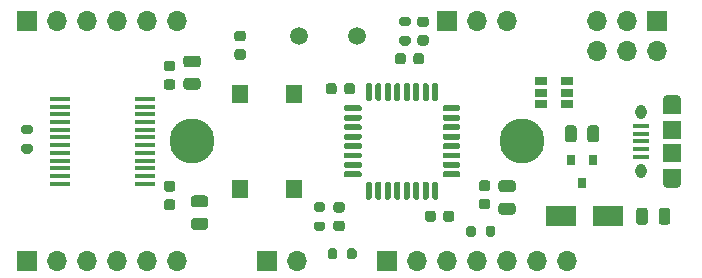
<source format=gbr>
%TF.GenerationSoftware,KiCad,Pcbnew,(5.1.9)-1*%
%TF.CreationDate,2021-05-16T17:52:49+02:00*%
%TF.ProjectId,SojournerST,536f6a6f-7572-46e6-9572-53542e6b6963,rev?*%
%TF.SameCoordinates,Original*%
%TF.FileFunction,Soldermask,Top*%
%TF.FilePolarity,Negative*%
%FSLAX46Y46*%
G04 Gerber Fmt 4.6, Leading zero omitted, Abs format (unit mm)*
G04 Created by KiCad (PCBNEW (5.1.9)-1) date 2021-05-16 17:52:49*
%MOMM*%
%LPD*%
G01*
G04 APERTURE LIST*
%ADD10O,1.700000X1.700000*%
%ADD11R,1.700000X1.700000*%
%ADD12R,1.400000X1.600000*%
%ADD13C,1.500000*%
%ADD14R,1.060000X0.650000*%
%ADD15R,1.750000X0.450000*%
%ADD16R,0.800000X0.900000*%
%ADD17O,1.550000X0.890000*%
%ADD18R,1.550000X1.200000*%
%ADD19R,1.550000X1.500000*%
%ADD20O,0.950000X1.250000*%
%ADD21R,1.350000X0.400000*%
%ADD22C,3.800000*%
%ADD23C,2.600000*%
%ADD24R,2.500000X1.800000*%
G04 APERTURE END LIST*
D10*
%TO.C,J3*%
X139700000Y-62230000D03*
X137160000Y-62230000D03*
D11*
X134620000Y-62230000D03*
%TD*%
D12*
%TO.C,SW1*%
X117130000Y-68390000D03*
X117130000Y-76390000D03*
X121630000Y-68390000D03*
X121630000Y-76390000D03*
%TD*%
%TO.C,R5*%
G36*
G01*
X131339000Y-62630000D02*
X130789000Y-62630000D01*
G75*
G02*
X130589000Y-62430000I0J200000D01*
G01*
X130589000Y-62030000D01*
G75*
G02*
X130789000Y-61830000I200000J0D01*
G01*
X131339000Y-61830000D01*
G75*
G02*
X131539000Y-62030000I0J-200000D01*
G01*
X131539000Y-62430000D01*
G75*
G02*
X131339000Y-62630000I-200000J0D01*
G01*
G37*
G36*
G01*
X131339000Y-64280000D02*
X130789000Y-64280000D01*
G75*
G02*
X130589000Y-64080000I0J200000D01*
G01*
X130589000Y-63680000D01*
G75*
G02*
X130789000Y-63480000I200000J0D01*
G01*
X131339000Y-63480000D01*
G75*
G02*
X131539000Y-63680000I0J-200000D01*
G01*
X131539000Y-64080000D01*
G75*
G02*
X131339000Y-64280000I-200000J0D01*
G01*
G37*
%TD*%
%TO.C,R3*%
G36*
G01*
X126155000Y-82190000D02*
X126155000Y-81640000D01*
G75*
G02*
X126355000Y-81440000I200000J0D01*
G01*
X126755000Y-81440000D01*
G75*
G02*
X126955000Y-81640000I0J-200000D01*
G01*
X126955000Y-82190000D01*
G75*
G02*
X126755000Y-82390000I-200000J0D01*
G01*
X126355000Y-82390000D01*
G75*
G02*
X126155000Y-82190000I0J200000D01*
G01*
G37*
G36*
G01*
X124505000Y-82190000D02*
X124505000Y-81640000D01*
G75*
G02*
X124705000Y-81440000I200000J0D01*
G01*
X125105000Y-81440000D01*
G75*
G02*
X125305000Y-81640000I0J-200000D01*
G01*
X125305000Y-82190000D01*
G75*
G02*
X125105000Y-82390000I-200000J0D01*
G01*
X124705000Y-82390000D01*
G75*
G02*
X124505000Y-82190000I0J200000D01*
G01*
G37*
%TD*%
D10*
%TO.C,J7*%
X121920000Y-82550000D03*
D11*
X119380000Y-82550000D03*
%TD*%
D10*
%TO.C,J2*%
X144780000Y-82550000D03*
X142240000Y-82550000D03*
X139700000Y-82550000D03*
X137160000Y-82550000D03*
X134620000Y-82550000D03*
X132080000Y-82550000D03*
D11*
X129540000Y-82550000D03*
%TD*%
%TO.C,D3*%
G36*
G01*
X132331750Y-63405000D02*
X132844250Y-63405000D01*
G75*
G02*
X133063000Y-63623750I0J-218750D01*
G01*
X133063000Y-64061250D01*
G75*
G02*
X132844250Y-64280000I-218750J0D01*
G01*
X132331750Y-64280000D01*
G75*
G02*
X132113000Y-64061250I0J218750D01*
G01*
X132113000Y-63623750D01*
G75*
G02*
X132331750Y-63405000I218750J0D01*
G01*
G37*
G36*
G01*
X132331750Y-61830000D02*
X132844250Y-61830000D01*
G75*
G02*
X133063000Y-62048750I0J-218750D01*
G01*
X133063000Y-62486250D01*
G75*
G02*
X132844250Y-62705000I-218750J0D01*
G01*
X132331750Y-62705000D01*
G75*
G02*
X132113000Y-62486250I0J218750D01*
G01*
X132113000Y-62048750D01*
G75*
G02*
X132331750Y-61830000I218750J0D01*
G01*
G37*
%TD*%
D13*
%TO.C,Y1*%
X122120000Y-63500000D03*
X127000000Y-63500000D03*
%TD*%
D14*
%TO.C,U4*%
X142580000Y-68260000D03*
X142580000Y-69210000D03*
X142580000Y-67310000D03*
X144780000Y-67310000D03*
X144780000Y-68260000D03*
X144780000Y-69210000D03*
%TD*%
D15*
%TO.C,U3*%
X109010000Y-68815000D03*
X109010000Y-69465000D03*
X109010000Y-70115000D03*
X109010000Y-70765000D03*
X109010000Y-71415000D03*
X109010000Y-72065000D03*
X109010000Y-72715000D03*
X109010000Y-73365000D03*
X109010000Y-74015000D03*
X109010000Y-74665000D03*
X109010000Y-75315000D03*
X109010000Y-75965000D03*
X101810000Y-75965000D03*
X101810000Y-75315000D03*
X101810000Y-74665000D03*
X101810000Y-74015000D03*
X101810000Y-73365000D03*
X101810000Y-72715000D03*
X101810000Y-72065000D03*
X101810000Y-71415000D03*
X101810000Y-70765000D03*
X101810000Y-70115000D03*
X101810000Y-69465000D03*
X101810000Y-68815000D03*
%TD*%
D16*
%TO.C,U2*%
X146050000Y-75930000D03*
X145100000Y-73930000D03*
X147000000Y-73930000D03*
%TD*%
%TO.C,U1*%
G36*
G01*
X127760000Y-68840000D02*
X127760000Y-67590000D01*
G75*
G02*
X127885000Y-67465000I125000J0D01*
G01*
X128135000Y-67465000D01*
G75*
G02*
X128260000Y-67590000I0J-125000D01*
G01*
X128260000Y-68840000D01*
G75*
G02*
X128135000Y-68965000I-125000J0D01*
G01*
X127885000Y-68965000D01*
G75*
G02*
X127760000Y-68840000I0J125000D01*
G01*
G37*
G36*
G01*
X128560000Y-68840000D02*
X128560000Y-67590000D01*
G75*
G02*
X128685000Y-67465000I125000J0D01*
G01*
X128935000Y-67465000D01*
G75*
G02*
X129060000Y-67590000I0J-125000D01*
G01*
X129060000Y-68840000D01*
G75*
G02*
X128935000Y-68965000I-125000J0D01*
G01*
X128685000Y-68965000D01*
G75*
G02*
X128560000Y-68840000I0J125000D01*
G01*
G37*
G36*
G01*
X129360000Y-68840000D02*
X129360000Y-67590000D01*
G75*
G02*
X129485000Y-67465000I125000J0D01*
G01*
X129735000Y-67465000D01*
G75*
G02*
X129860000Y-67590000I0J-125000D01*
G01*
X129860000Y-68840000D01*
G75*
G02*
X129735000Y-68965000I-125000J0D01*
G01*
X129485000Y-68965000D01*
G75*
G02*
X129360000Y-68840000I0J125000D01*
G01*
G37*
G36*
G01*
X130160000Y-68840000D02*
X130160000Y-67590000D01*
G75*
G02*
X130285000Y-67465000I125000J0D01*
G01*
X130535000Y-67465000D01*
G75*
G02*
X130660000Y-67590000I0J-125000D01*
G01*
X130660000Y-68840000D01*
G75*
G02*
X130535000Y-68965000I-125000J0D01*
G01*
X130285000Y-68965000D01*
G75*
G02*
X130160000Y-68840000I0J125000D01*
G01*
G37*
G36*
G01*
X130960000Y-68840000D02*
X130960000Y-67590000D01*
G75*
G02*
X131085000Y-67465000I125000J0D01*
G01*
X131335000Y-67465000D01*
G75*
G02*
X131460000Y-67590000I0J-125000D01*
G01*
X131460000Y-68840000D01*
G75*
G02*
X131335000Y-68965000I-125000J0D01*
G01*
X131085000Y-68965000D01*
G75*
G02*
X130960000Y-68840000I0J125000D01*
G01*
G37*
G36*
G01*
X131760000Y-68840000D02*
X131760000Y-67590000D01*
G75*
G02*
X131885000Y-67465000I125000J0D01*
G01*
X132135000Y-67465000D01*
G75*
G02*
X132260000Y-67590000I0J-125000D01*
G01*
X132260000Y-68840000D01*
G75*
G02*
X132135000Y-68965000I-125000J0D01*
G01*
X131885000Y-68965000D01*
G75*
G02*
X131760000Y-68840000I0J125000D01*
G01*
G37*
G36*
G01*
X132560000Y-68840000D02*
X132560000Y-67590000D01*
G75*
G02*
X132685000Y-67465000I125000J0D01*
G01*
X132935000Y-67465000D01*
G75*
G02*
X133060000Y-67590000I0J-125000D01*
G01*
X133060000Y-68840000D01*
G75*
G02*
X132935000Y-68965000I-125000J0D01*
G01*
X132685000Y-68965000D01*
G75*
G02*
X132560000Y-68840000I0J125000D01*
G01*
G37*
G36*
G01*
X133360000Y-68840000D02*
X133360000Y-67590000D01*
G75*
G02*
X133485000Y-67465000I125000J0D01*
G01*
X133735000Y-67465000D01*
G75*
G02*
X133860000Y-67590000I0J-125000D01*
G01*
X133860000Y-68840000D01*
G75*
G02*
X133735000Y-68965000I-125000J0D01*
G01*
X133485000Y-68965000D01*
G75*
G02*
X133360000Y-68840000I0J125000D01*
G01*
G37*
G36*
G01*
X134235000Y-69715000D02*
X134235000Y-69465000D01*
G75*
G02*
X134360000Y-69340000I125000J0D01*
G01*
X135610000Y-69340000D01*
G75*
G02*
X135735000Y-69465000I0J-125000D01*
G01*
X135735000Y-69715000D01*
G75*
G02*
X135610000Y-69840000I-125000J0D01*
G01*
X134360000Y-69840000D01*
G75*
G02*
X134235000Y-69715000I0J125000D01*
G01*
G37*
G36*
G01*
X134235000Y-70515000D02*
X134235000Y-70265000D01*
G75*
G02*
X134360000Y-70140000I125000J0D01*
G01*
X135610000Y-70140000D01*
G75*
G02*
X135735000Y-70265000I0J-125000D01*
G01*
X135735000Y-70515000D01*
G75*
G02*
X135610000Y-70640000I-125000J0D01*
G01*
X134360000Y-70640000D01*
G75*
G02*
X134235000Y-70515000I0J125000D01*
G01*
G37*
G36*
G01*
X134235000Y-71315000D02*
X134235000Y-71065000D01*
G75*
G02*
X134360000Y-70940000I125000J0D01*
G01*
X135610000Y-70940000D01*
G75*
G02*
X135735000Y-71065000I0J-125000D01*
G01*
X135735000Y-71315000D01*
G75*
G02*
X135610000Y-71440000I-125000J0D01*
G01*
X134360000Y-71440000D01*
G75*
G02*
X134235000Y-71315000I0J125000D01*
G01*
G37*
G36*
G01*
X134235000Y-72115000D02*
X134235000Y-71865000D01*
G75*
G02*
X134360000Y-71740000I125000J0D01*
G01*
X135610000Y-71740000D01*
G75*
G02*
X135735000Y-71865000I0J-125000D01*
G01*
X135735000Y-72115000D01*
G75*
G02*
X135610000Y-72240000I-125000J0D01*
G01*
X134360000Y-72240000D01*
G75*
G02*
X134235000Y-72115000I0J125000D01*
G01*
G37*
G36*
G01*
X134235000Y-72915000D02*
X134235000Y-72665000D01*
G75*
G02*
X134360000Y-72540000I125000J0D01*
G01*
X135610000Y-72540000D01*
G75*
G02*
X135735000Y-72665000I0J-125000D01*
G01*
X135735000Y-72915000D01*
G75*
G02*
X135610000Y-73040000I-125000J0D01*
G01*
X134360000Y-73040000D01*
G75*
G02*
X134235000Y-72915000I0J125000D01*
G01*
G37*
G36*
G01*
X134235000Y-73715000D02*
X134235000Y-73465000D01*
G75*
G02*
X134360000Y-73340000I125000J0D01*
G01*
X135610000Y-73340000D01*
G75*
G02*
X135735000Y-73465000I0J-125000D01*
G01*
X135735000Y-73715000D01*
G75*
G02*
X135610000Y-73840000I-125000J0D01*
G01*
X134360000Y-73840000D01*
G75*
G02*
X134235000Y-73715000I0J125000D01*
G01*
G37*
G36*
G01*
X134235000Y-74515000D02*
X134235000Y-74265000D01*
G75*
G02*
X134360000Y-74140000I125000J0D01*
G01*
X135610000Y-74140000D01*
G75*
G02*
X135735000Y-74265000I0J-125000D01*
G01*
X135735000Y-74515000D01*
G75*
G02*
X135610000Y-74640000I-125000J0D01*
G01*
X134360000Y-74640000D01*
G75*
G02*
X134235000Y-74515000I0J125000D01*
G01*
G37*
G36*
G01*
X134235000Y-75315000D02*
X134235000Y-75065000D01*
G75*
G02*
X134360000Y-74940000I125000J0D01*
G01*
X135610000Y-74940000D01*
G75*
G02*
X135735000Y-75065000I0J-125000D01*
G01*
X135735000Y-75315000D01*
G75*
G02*
X135610000Y-75440000I-125000J0D01*
G01*
X134360000Y-75440000D01*
G75*
G02*
X134235000Y-75315000I0J125000D01*
G01*
G37*
G36*
G01*
X133360000Y-77190000D02*
X133360000Y-75940000D01*
G75*
G02*
X133485000Y-75815000I125000J0D01*
G01*
X133735000Y-75815000D01*
G75*
G02*
X133860000Y-75940000I0J-125000D01*
G01*
X133860000Y-77190000D01*
G75*
G02*
X133735000Y-77315000I-125000J0D01*
G01*
X133485000Y-77315000D01*
G75*
G02*
X133360000Y-77190000I0J125000D01*
G01*
G37*
G36*
G01*
X132560000Y-77190000D02*
X132560000Y-75940000D01*
G75*
G02*
X132685000Y-75815000I125000J0D01*
G01*
X132935000Y-75815000D01*
G75*
G02*
X133060000Y-75940000I0J-125000D01*
G01*
X133060000Y-77190000D01*
G75*
G02*
X132935000Y-77315000I-125000J0D01*
G01*
X132685000Y-77315000D01*
G75*
G02*
X132560000Y-77190000I0J125000D01*
G01*
G37*
G36*
G01*
X131760000Y-77190000D02*
X131760000Y-75940000D01*
G75*
G02*
X131885000Y-75815000I125000J0D01*
G01*
X132135000Y-75815000D01*
G75*
G02*
X132260000Y-75940000I0J-125000D01*
G01*
X132260000Y-77190000D01*
G75*
G02*
X132135000Y-77315000I-125000J0D01*
G01*
X131885000Y-77315000D01*
G75*
G02*
X131760000Y-77190000I0J125000D01*
G01*
G37*
G36*
G01*
X130960000Y-77190000D02*
X130960000Y-75940000D01*
G75*
G02*
X131085000Y-75815000I125000J0D01*
G01*
X131335000Y-75815000D01*
G75*
G02*
X131460000Y-75940000I0J-125000D01*
G01*
X131460000Y-77190000D01*
G75*
G02*
X131335000Y-77315000I-125000J0D01*
G01*
X131085000Y-77315000D01*
G75*
G02*
X130960000Y-77190000I0J125000D01*
G01*
G37*
G36*
G01*
X130160000Y-77190000D02*
X130160000Y-75940000D01*
G75*
G02*
X130285000Y-75815000I125000J0D01*
G01*
X130535000Y-75815000D01*
G75*
G02*
X130660000Y-75940000I0J-125000D01*
G01*
X130660000Y-77190000D01*
G75*
G02*
X130535000Y-77315000I-125000J0D01*
G01*
X130285000Y-77315000D01*
G75*
G02*
X130160000Y-77190000I0J125000D01*
G01*
G37*
G36*
G01*
X129360000Y-77190000D02*
X129360000Y-75940000D01*
G75*
G02*
X129485000Y-75815000I125000J0D01*
G01*
X129735000Y-75815000D01*
G75*
G02*
X129860000Y-75940000I0J-125000D01*
G01*
X129860000Y-77190000D01*
G75*
G02*
X129735000Y-77315000I-125000J0D01*
G01*
X129485000Y-77315000D01*
G75*
G02*
X129360000Y-77190000I0J125000D01*
G01*
G37*
G36*
G01*
X128560000Y-77190000D02*
X128560000Y-75940000D01*
G75*
G02*
X128685000Y-75815000I125000J0D01*
G01*
X128935000Y-75815000D01*
G75*
G02*
X129060000Y-75940000I0J-125000D01*
G01*
X129060000Y-77190000D01*
G75*
G02*
X128935000Y-77315000I-125000J0D01*
G01*
X128685000Y-77315000D01*
G75*
G02*
X128560000Y-77190000I0J125000D01*
G01*
G37*
G36*
G01*
X127760000Y-77190000D02*
X127760000Y-75940000D01*
G75*
G02*
X127885000Y-75815000I125000J0D01*
G01*
X128135000Y-75815000D01*
G75*
G02*
X128260000Y-75940000I0J-125000D01*
G01*
X128260000Y-77190000D01*
G75*
G02*
X128135000Y-77315000I-125000J0D01*
G01*
X127885000Y-77315000D01*
G75*
G02*
X127760000Y-77190000I0J125000D01*
G01*
G37*
G36*
G01*
X125885000Y-75315000D02*
X125885000Y-75065000D01*
G75*
G02*
X126010000Y-74940000I125000J0D01*
G01*
X127260000Y-74940000D01*
G75*
G02*
X127385000Y-75065000I0J-125000D01*
G01*
X127385000Y-75315000D01*
G75*
G02*
X127260000Y-75440000I-125000J0D01*
G01*
X126010000Y-75440000D01*
G75*
G02*
X125885000Y-75315000I0J125000D01*
G01*
G37*
G36*
G01*
X125885000Y-74515000D02*
X125885000Y-74265000D01*
G75*
G02*
X126010000Y-74140000I125000J0D01*
G01*
X127260000Y-74140000D01*
G75*
G02*
X127385000Y-74265000I0J-125000D01*
G01*
X127385000Y-74515000D01*
G75*
G02*
X127260000Y-74640000I-125000J0D01*
G01*
X126010000Y-74640000D01*
G75*
G02*
X125885000Y-74515000I0J125000D01*
G01*
G37*
G36*
G01*
X125885000Y-73715000D02*
X125885000Y-73465000D01*
G75*
G02*
X126010000Y-73340000I125000J0D01*
G01*
X127260000Y-73340000D01*
G75*
G02*
X127385000Y-73465000I0J-125000D01*
G01*
X127385000Y-73715000D01*
G75*
G02*
X127260000Y-73840000I-125000J0D01*
G01*
X126010000Y-73840000D01*
G75*
G02*
X125885000Y-73715000I0J125000D01*
G01*
G37*
G36*
G01*
X125885000Y-72915000D02*
X125885000Y-72665000D01*
G75*
G02*
X126010000Y-72540000I125000J0D01*
G01*
X127260000Y-72540000D01*
G75*
G02*
X127385000Y-72665000I0J-125000D01*
G01*
X127385000Y-72915000D01*
G75*
G02*
X127260000Y-73040000I-125000J0D01*
G01*
X126010000Y-73040000D01*
G75*
G02*
X125885000Y-72915000I0J125000D01*
G01*
G37*
G36*
G01*
X125885000Y-72115000D02*
X125885000Y-71865000D01*
G75*
G02*
X126010000Y-71740000I125000J0D01*
G01*
X127260000Y-71740000D01*
G75*
G02*
X127385000Y-71865000I0J-125000D01*
G01*
X127385000Y-72115000D01*
G75*
G02*
X127260000Y-72240000I-125000J0D01*
G01*
X126010000Y-72240000D01*
G75*
G02*
X125885000Y-72115000I0J125000D01*
G01*
G37*
G36*
G01*
X125885000Y-71315000D02*
X125885000Y-71065000D01*
G75*
G02*
X126010000Y-70940000I125000J0D01*
G01*
X127260000Y-70940000D01*
G75*
G02*
X127385000Y-71065000I0J-125000D01*
G01*
X127385000Y-71315000D01*
G75*
G02*
X127260000Y-71440000I-125000J0D01*
G01*
X126010000Y-71440000D01*
G75*
G02*
X125885000Y-71315000I0J125000D01*
G01*
G37*
G36*
G01*
X125885000Y-70515000D02*
X125885000Y-70265000D01*
G75*
G02*
X126010000Y-70140000I125000J0D01*
G01*
X127260000Y-70140000D01*
G75*
G02*
X127385000Y-70265000I0J-125000D01*
G01*
X127385000Y-70515000D01*
G75*
G02*
X127260000Y-70640000I-125000J0D01*
G01*
X126010000Y-70640000D01*
G75*
G02*
X125885000Y-70515000I0J125000D01*
G01*
G37*
G36*
G01*
X125885000Y-69715000D02*
X125885000Y-69465000D01*
G75*
G02*
X126010000Y-69340000I125000J0D01*
G01*
X127260000Y-69340000D01*
G75*
G02*
X127385000Y-69465000I0J-125000D01*
G01*
X127385000Y-69715000D01*
G75*
G02*
X127260000Y-69840000I-125000J0D01*
G01*
X126010000Y-69840000D01*
G75*
G02*
X125885000Y-69715000I0J125000D01*
G01*
G37*
%TD*%
%TO.C,R1*%
G36*
G01*
X137902000Y-80285000D02*
X137902000Y-79735000D01*
G75*
G02*
X138102000Y-79535000I200000J0D01*
G01*
X138502000Y-79535000D01*
G75*
G02*
X138702000Y-79735000I0J-200000D01*
G01*
X138702000Y-80285000D01*
G75*
G02*
X138502000Y-80485000I-200000J0D01*
G01*
X138102000Y-80485000D01*
G75*
G02*
X137902000Y-80285000I0J200000D01*
G01*
G37*
G36*
G01*
X136252000Y-80285000D02*
X136252000Y-79735000D01*
G75*
G02*
X136452000Y-79535000I200000J0D01*
G01*
X136852000Y-79535000D01*
G75*
G02*
X137052000Y-79735000I0J-200000D01*
G01*
X137052000Y-80285000D01*
G75*
G02*
X136852000Y-80485000I-200000J0D01*
G01*
X136452000Y-80485000D01*
G75*
G02*
X136252000Y-80285000I0J200000D01*
G01*
G37*
%TD*%
%TO.C,R4*%
G36*
G01*
X123550000Y-79190500D02*
X124100000Y-79190500D01*
G75*
G02*
X124300000Y-79390500I0J-200000D01*
G01*
X124300000Y-79790500D01*
G75*
G02*
X124100000Y-79990500I-200000J0D01*
G01*
X123550000Y-79990500D01*
G75*
G02*
X123350000Y-79790500I0J200000D01*
G01*
X123350000Y-79390500D01*
G75*
G02*
X123550000Y-79190500I200000J0D01*
G01*
G37*
G36*
G01*
X123550000Y-77540500D02*
X124100000Y-77540500D01*
G75*
G02*
X124300000Y-77740500I0J-200000D01*
G01*
X124300000Y-78140500D01*
G75*
G02*
X124100000Y-78340500I-200000J0D01*
G01*
X123550000Y-78340500D01*
G75*
G02*
X123350000Y-78140500I0J200000D01*
G01*
X123350000Y-77740500D01*
G75*
G02*
X123550000Y-77540500I200000J0D01*
G01*
G37*
%TD*%
%TO.C,R2*%
G36*
G01*
X99335000Y-71775000D02*
X98785000Y-71775000D01*
G75*
G02*
X98585000Y-71575000I0J200000D01*
G01*
X98585000Y-71175000D01*
G75*
G02*
X98785000Y-70975000I200000J0D01*
G01*
X99335000Y-70975000D01*
G75*
G02*
X99535000Y-71175000I0J-200000D01*
G01*
X99535000Y-71575000D01*
G75*
G02*
X99335000Y-71775000I-200000J0D01*
G01*
G37*
G36*
G01*
X99335000Y-73425000D02*
X98785000Y-73425000D01*
G75*
G02*
X98585000Y-73225000I0J200000D01*
G01*
X98585000Y-72825000D01*
G75*
G02*
X98785000Y-72625000I200000J0D01*
G01*
X99335000Y-72625000D01*
G75*
G02*
X99535000Y-72825000I0J-200000D01*
G01*
X99535000Y-73225000D01*
G75*
G02*
X99335000Y-73425000I-200000J0D01*
G01*
G37*
%TD*%
D10*
%TO.C,J6*%
X111760000Y-82550000D03*
X109220000Y-82550000D03*
X106680000Y-82550000D03*
X104140000Y-82550000D03*
X101600000Y-82550000D03*
D11*
X99060000Y-82550000D03*
%TD*%
D10*
%TO.C,J5*%
X111760000Y-62230000D03*
X109220000Y-62230000D03*
X106680000Y-62230000D03*
X104140000Y-62230000D03*
X101600000Y-62230000D03*
D11*
X99060000Y-62230000D03*
%TD*%
D10*
%TO.C,J4*%
X147320000Y-64770000D03*
X147320000Y-62230000D03*
X149860000Y-64770000D03*
X149860000Y-62230000D03*
X152400000Y-64770000D03*
D11*
X152400000Y-62230000D03*
%TD*%
D17*
%TO.C,J1*%
X153700000Y-68890000D03*
X153700000Y-75890000D03*
D18*
X153700000Y-69490000D03*
X153700000Y-75290000D03*
D19*
X153700000Y-71390000D03*
X153700000Y-73390000D03*
D20*
X151000000Y-69890000D03*
X151000000Y-74890000D03*
D21*
X151000000Y-71090000D03*
X151000000Y-71740000D03*
X151000000Y-72390000D03*
X151000000Y-73040000D03*
X151000000Y-73690000D03*
%TD*%
D22*
%TO.C,H2*%
X140970000Y-72390000D03*
D23*
X140970000Y-72390000D03*
%TD*%
D22*
%TO.C,H1*%
X113030000Y-72390000D03*
D23*
X113030000Y-72390000D03*
%TD*%
%TO.C,D2*%
G36*
G01*
X125732250Y-78415500D02*
X125219750Y-78415500D01*
G75*
G02*
X125001000Y-78196750I0J218750D01*
G01*
X125001000Y-77759250D01*
G75*
G02*
X125219750Y-77540500I218750J0D01*
G01*
X125732250Y-77540500D01*
G75*
G02*
X125951000Y-77759250I0J-218750D01*
G01*
X125951000Y-78196750D01*
G75*
G02*
X125732250Y-78415500I-218750J0D01*
G01*
G37*
G36*
G01*
X125732250Y-79990500D02*
X125219750Y-79990500D01*
G75*
G02*
X125001000Y-79771750I0J218750D01*
G01*
X125001000Y-79334250D01*
G75*
G02*
X125219750Y-79115500I218750J0D01*
G01*
X125732250Y-79115500D01*
G75*
G02*
X125951000Y-79334250I0J-218750D01*
G01*
X125951000Y-79771750D01*
G75*
G02*
X125732250Y-79990500I-218750J0D01*
G01*
G37*
%TD*%
D24*
%TO.C,D1*%
X148272000Y-78740000D03*
X144272000Y-78740000D03*
%TD*%
%TO.C,C9*%
G36*
G01*
X116844000Y-64587000D02*
X117344000Y-64587000D01*
G75*
G02*
X117569000Y-64812000I0J-225000D01*
G01*
X117569000Y-65262000D01*
G75*
G02*
X117344000Y-65487000I-225000J0D01*
G01*
X116844000Y-65487000D01*
G75*
G02*
X116619000Y-65262000I0J225000D01*
G01*
X116619000Y-64812000D01*
G75*
G02*
X116844000Y-64587000I225000J0D01*
G01*
G37*
G36*
G01*
X116844000Y-63037000D02*
X117344000Y-63037000D01*
G75*
G02*
X117569000Y-63262000I0J-225000D01*
G01*
X117569000Y-63712000D01*
G75*
G02*
X117344000Y-63937000I-225000J0D01*
G01*
X116844000Y-63937000D01*
G75*
G02*
X116619000Y-63712000I0J225000D01*
G01*
X116619000Y-63262000D01*
G75*
G02*
X116844000Y-63037000I225000J0D01*
G01*
G37*
%TD*%
%TO.C,C7*%
G36*
G01*
X131770000Y-65655000D02*
X131770000Y-65155000D01*
G75*
G02*
X131995000Y-64930000I225000J0D01*
G01*
X132445000Y-64930000D01*
G75*
G02*
X132670000Y-65155000I0J-225000D01*
G01*
X132670000Y-65655000D01*
G75*
G02*
X132445000Y-65880000I-225000J0D01*
G01*
X131995000Y-65880000D01*
G75*
G02*
X131770000Y-65655000I0J225000D01*
G01*
G37*
G36*
G01*
X130220000Y-65655000D02*
X130220000Y-65155000D01*
G75*
G02*
X130445000Y-64930000I225000J0D01*
G01*
X130895000Y-64930000D01*
G75*
G02*
X131120000Y-65155000I0J-225000D01*
G01*
X131120000Y-65655000D01*
G75*
G02*
X130895000Y-65880000I-225000J0D01*
G01*
X130445000Y-65880000D01*
G75*
G02*
X130220000Y-65655000I0J225000D01*
G01*
G37*
%TD*%
%TO.C,C12*%
G36*
G01*
X110875000Y-77300000D02*
X111375000Y-77300000D01*
G75*
G02*
X111600000Y-77525000I0J-225000D01*
G01*
X111600000Y-77975000D01*
G75*
G02*
X111375000Y-78200000I-225000J0D01*
G01*
X110875000Y-78200000D01*
G75*
G02*
X110650000Y-77975000I0J225000D01*
G01*
X110650000Y-77525000D01*
G75*
G02*
X110875000Y-77300000I225000J0D01*
G01*
G37*
G36*
G01*
X110875000Y-75750000D02*
X111375000Y-75750000D01*
G75*
G02*
X111600000Y-75975000I0J-225000D01*
G01*
X111600000Y-76425000D01*
G75*
G02*
X111375000Y-76650000I-225000J0D01*
G01*
X110875000Y-76650000D01*
G75*
G02*
X110650000Y-76425000I0J225000D01*
G01*
X110650000Y-75975000D01*
G75*
G02*
X110875000Y-75750000I225000J0D01*
G01*
G37*
%TD*%
%TO.C,C11*%
G36*
G01*
X113190000Y-78875000D02*
X114140000Y-78875000D01*
G75*
G02*
X114390000Y-79125000I0J-250000D01*
G01*
X114390000Y-79625000D01*
G75*
G02*
X114140000Y-79875000I-250000J0D01*
G01*
X113190000Y-79875000D01*
G75*
G02*
X112940000Y-79625000I0J250000D01*
G01*
X112940000Y-79125000D01*
G75*
G02*
X113190000Y-78875000I250000J0D01*
G01*
G37*
G36*
G01*
X113190000Y-76975000D02*
X114140000Y-76975000D01*
G75*
G02*
X114390000Y-77225000I0J-250000D01*
G01*
X114390000Y-77725000D01*
G75*
G02*
X114140000Y-77975000I-250000J0D01*
G01*
X113190000Y-77975000D01*
G75*
G02*
X112940000Y-77725000I0J250000D01*
G01*
X112940000Y-77225000D01*
G75*
G02*
X113190000Y-76975000I250000J0D01*
G01*
G37*
%TD*%
%TO.C,C10*%
G36*
G01*
X111375000Y-66477000D02*
X110875000Y-66477000D01*
G75*
G02*
X110650000Y-66252000I0J225000D01*
G01*
X110650000Y-65802000D01*
G75*
G02*
X110875000Y-65577000I225000J0D01*
G01*
X111375000Y-65577000D01*
G75*
G02*
X111600000Y-65802000I0J-225000D01*
G01*
X111600000Y-66252000D01*
G75*
G02*
X111375000Y-66477000I-225000J0D01*
G01*
G37*
G36*
G01*
X111375000Y-68027000D02*
X110875000Y-68027000D01*
G75*
G02*
X110650000Y-67802000I0J225000D01*
G01*
X110650000Y-67352000D01*
G75*
G02*
X110875000Y-67127000I225000J0D01*
G01*
X111375000Y-67127000D01*
G75*
G02*
X111600000Y-67352000I0J-225000D01*
G01*
X111600000Y-67802000D01*
G75*
G02*
X111375000Y-68027000I-225000J0D01*
G01*
G37*
%TD*%
%TO.C,C8*%
G36*
G01*
X113505000Y-66127000D02*
X112555000Y-66127000D01*
G75*
G02*
X112305000Y-65877000I0J250000D01*
G01*
X112305000Y-65377000D01*
G75*
G02*
X112555000Y-65127000I250000J0D01*
G01*
X113505000Y-65127000D01*
G75*
G02*
X113755000Y-65377000I0J-250000D01*
G01*
X113755000Y-65877000D01*
G75*
G02*
X113505000Y-66127000I-250000J0D01*
G01*
G37*
G36*
G01*
X113505000Y-68027000D02*
X112555000Y-68027000D01*
G75*
G02*
X112305000Y-67777000I0J250000D01*
G01*
X112305000Y-67277000D01*
G75*
G02*
X112555000Y-67027000I250000J0D01*
G01*
X113505000Y-67027000D01*
G75*
G02*
X113755000Y-67277000I0J-250000D01*
G01*
X113755000Y-67777000D01*
G75*
G02*
X113505000Y-68027000I-250000J0D01*
G01*
G37*
%TD*%
%TO.C,C5*%
G36*
G01*
X125265000Y-67695000D02*
X125265000Y-68195000D01*
G75*
G02*
X125040000Y-68420000I-225000J0D01*
G01*
X124590000Y-68420000D01*
G75*
G02*
X124365000Y-68195000I0J225000D01*
G01*
X124365000Y-67695000D01*
G75*
G02*
X124590000Y-67470000I225000J0D01*
G01*
X125040000Y-67470000D01*
G75*
G02*
X125265000Y-67695000I0J-225000D01*
G01*
G37*
G36*
G01*
X126815000Y-67695000D02*
X126815000Y-68195000D01*
G75*
G02*
X126590000Y-68420000I-225000J0D01*
G01*
X126140000Y-68420000D01*
G75*
G02*
X125915000Y-68195000I0J225000D01*
G01*
X125915000Y-67695000D01*
G75*
G02*
X126140000Y-67470000I225000J0D01*
G01*
X126590000Y-67470000D01*
G75*
G02*
X126815000Y-67695000I0J-225000D01*
G01*
G37*
%TD*%
%TO.C,C3*%
G36*
G01*
X137545000Y-77250000D02*
X138045000Y-77250000D01*
G75*
G02*
X138270000Y-77475000I0J-225000D01*
G01*
X138270000Y-77925000D01*
G75*
G02*
X138045000Y-78150000I-225000J0D01*
G01*
X137545000Y-78150000D01*
G75*
G02*
X137320000Y-77925000I0J225000D01*
G01*
X137320000Y-77475000D01*
G75*
G02*
X137545000Y-77250000I225000J0D01*
G01*
G37*
G36*
G01*
X137545000Y-75700000D02*
X138045000Y-75700000D01*
G75*
G02*
X138270000Y-75925000I0J-225000D01*
G01*
X138270000Y-76375000D01*
G75*
G02*
X138045000Y-76600000I-225000J0D01*
G01*
X137545000Y-76600000D01*
G75*
G02*
X137320000Y-76375000I0J225000D01*
G01*
X137320000Y-75925000D01*
G75*
G02*
X137545000Y-75700000I225000J0D01*
G01*
G37*
%TD*%
%TO.C,C2*%
G36*
G01*
X134310000Y-78990000D02*
X134310000Y-78490000D01*
G75*
G02*
X134535000Y-78265000I225000J0D01*
G01*
X134985000Y-78265000D01*
G75*
G02*
X135210000Y-78490000I0J-225000D01*
G01*
X135210000Y-78990000D01*
G75*
G02*
X134985000Y-79215000I-225000J0D01*
G01*
X134535000Y-79215000D01*
G75*
G02*
X134310000Y-78990000I0J225000D01*
G01*
G37*
G36*
G01*
X132760000Y-78990000D02*
X132760000Y-78490000D01*
G75*
G02*
X132985000Y-78265000I225000J0D01*
G01*
X133435000Y-78265000D01*
G75*
G02*
X133660000Y-78490000I0J-225000D01*
G01*
X133660000Y-78990000D01*
G75*
G02*
X133435000Y-79215000I-225000J0D01*
G01*
X132985000Y-79215000D01*
G75*
G02*
X132760000Y-78990000I0J225000D01*
G01*
G37*
%TD*%
%TO.C,C1*%
G36*
G01*
X139225000Y-77600000D02*
X140175000Y-77600000D01*
G75*
G02*
X140425000Y-77850000I0J-250000D01*
G01*
X140425000Y-78350000D01*
G75*
G02*
X140175000Y-78600000I-250000J0D01*
G01*
X139225000Y-78600000D01*
G75*
G02*
X138975000Y-78350000I0J250000D01*
G01*
X138975000Y-77850000D01*
G75*
G02*
X139225000Y-77600000I250000J0D01*
G01*
G37*
G36*
G01*
X139225000Y-75700000D02*
X140175000Y-75700000D01*
G75*
G02*
X140425000Y-75950000I0J-250000D01*
G01*
X140425000Y-76450000D01*
G75*
G02*
X140175000Y-76700000I-250000J0D01*
G01*
X139225000Y-76700000D01*
G75*
G02*
X138975000Y-76450000I0J250000D01*
G01*
X138975000Y-75950000D01*
G75*
G02*
X139225000Y-75700000I250000J0D01*
G01*
G37*
%TD*%
%TO.C,C6*%
G36*
G01*
X146500000Y-72230000D02*
X146500000Y-71280000D01*
G75*
G02*
X146750000Y-71030000I250000J0D01*
G01*
X147250000Y-71030000D01*
G75*
G02*
X147500000Y-71280000I0J-250000D01*
G01*
X147500000Y-72230000D01*
G75*
G02*
X147250000Y-72480000I-250000J0D01*
G01*
X146750000Y-72480000D01*
G75*
G02*
X146500000Y-72230000I0J250000D01*
G01*
G37*
G36*
G01*
X144600000Y-72230000D02*
X144600000Y-71280000D01*
G75*
G02*
X144850000Y-71030000I250000J0D01*
G01*
X145350000Y-71030000D01*
G75*
G02*
X145600000Y-71280000I0J-250000D01*
G01*
X145600000Y-72230000D01*
G75*
G02*
X145350000Y-72480000I-250000J0D01*
G01*
X144850000Y-72480000D01*
G75*
G02*
X144600000Y-72230000I0J250000D01*
G01*
G37*
%TD*%
%TO.C,C4*%
G36*
G01*
X152530000Y-79215000D02*
X152530000Y-78265000D01*
G75*
G02*
X152780000Y-78015000I250000J0D01*
G01*
X153280000Y-78015000D01*
G75*
G02*
X153530000Y-78265000I0J-250000D01*
G01*
X153530000Y-79215000D01*
G75*
G02*
X153280000Y-79465000I-250000J0D01*
G01*
X152780000Y-79465000D01*
G75*
G02*
X152530000Y-79215000I0J250000D01*
G01*
G37*
G36*
G01*
X150630000Y-79215000D02*
X150630000Y-78265000D01*
G75*
G02*
X150880000Y-78015000I250000J0D01*
G01*
X151380000Y-78015000D01*
G75*
G02*
X151630000Y-78265000I0J-250000D01*
G01*
X151630000Y-79215000D01*
G75*
G02*
X151380000Y-79465000I-250000J0D01*
G01*
X150880000Y-79465000D01*
G75*
G02*
X150630000Y-79215000I0J250000D01*
G01*
G37*
%TD*%
M02*

</source>
